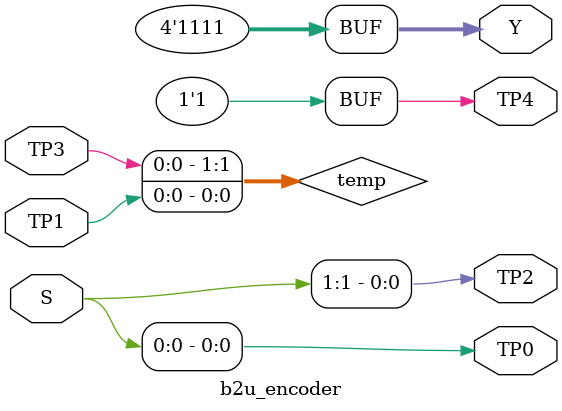
<source format=v>
module b2u_encoder( S, TP0, TP1, TP2, TP3, TP4, Y );
input [1:0] S;
input TP1, TP3;
output [3:0] Y;
output TP0, TP2, TP4;
reg [3:0] Y;
reg TP0, TP2, TP4;
reg [1:0] temp;
always @(*) begin
case (temp)
2'b00: Y = 4'b1000;
2'b01: Y = 4'b1100;
2'b10: Y = 4'b1110;
2'b11: Y = 4'b1111;
default Y = 4'b1111;
endcase
TP0 = S[0];
TP2 = S[1];
TP4 = Y[0];
temp [0] = TP1;
temp [1] = TP3;
end
endmodule


</source>
